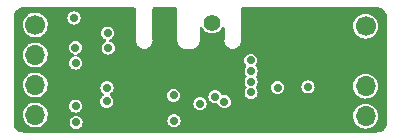
<source format=gbr>
%TF.GenerationSoftware,KiCad,Pcbnew,6.0.2+dfsg-1*%
%TF.CreationDate,2023-02-09T12:57:16+13:00*%
%TF.ProjectId,BRAWN-100_LOGIC,42524157-4e2d-4313-9030-5f4c4f474943,v1.0*%
%TF.SameCoordinates,Original*%
%TF.FileFunction,Copper,L3,Inr*%
%TF.FilePolarity,Positive*%
%FSLAX46Y46*%
G04 Gerber Fmt 4.6, Leading zero omitted, Abs format (unit mm)*
G04 Created by KiCad (PCBNEW 6.0.2+dfsg-1) date 2023-02-09 12:57:16*
%MOMM*%
%LPD*%
G01*
G04 APERTURE LIST*
%TA.AperFunction,ComponentPad*%
%ADD10C,1.400000*%
%TD*%
%TA.AperFunction,ComponentPad*%
%ADD11C,1.700000*%
%TD*%
%TA.AperFunction,ComponentPad*%
%ADD12O,1.700000X1.700000*%
%TD*%
%TA.AperFunction,ViaPad*%
%ADD13C,0.700000*%
%TD*%
G04 APERTURE END LIST*
D10*
%TO.N,Net-(H2-Pad1)*%
%TO.C,H2*%
X201000000Y-146000000D03*
%TD*%
D11*
%TO.N,/MOTOR-*%
%TO.C,J2*%
X186030000Y-146190000D03*
D12*
%TO.N,/GATE_N1*%
X186030000Y-148730000D03*
%TO.N,/MOTOR+*%
X186030000Y-151270000D03*
%TO.N,/GATE_N2*%
X186030000Y-153810000D03*
%TD*%
D11*
%TO.N,+BATT*%
%TO.C,J1*%
X213995000Y-146290000D03*
D12*
%TO.N,GND*%
X213995000Y-148830000D03*
%TO.N,/GATE_P1*%
X213995000Y-151370000D03*
%TO.N,/GATE_P2*%
X213995000Y-153910000D03*
%TD*%
D10*
%TO.N,GND*%
%TO.C,H1*%
X197000000Y-146000000D03*
%TD*%
D13*
%TO.N,GND*%
X190550000Y-146775000D03*
X215200000Y-152625000D03*
X215125000Y-150075000D03*
X215150000Y-147675000D03*
X184700000Y-152600000D03*
X184750000Y-150075000D03*
X184800000Y-147450000D03*
X190775000Y-149725000D03*
X205925000Y-148450000D03*
X204425000Y-147450000D03*
X209450000Y-149750000D03*
X211300000Y-147600000D03*
X209950000Y-147600000D03*
X209900000Y-146350000D03*
X211300000Y-146200000D03*
X210150000Y-145050000D03*
X211200000Y-145050000D03*
X211250000Y-151050000D03*
X212275000Y-152250000D03*
X211700000Y-154946365D03*
X213050000Y-154950000D03*
X190450000Y-154949989D03*
X191747168Y-154952832D03*
X190425000Y-152350000D03*
%TO.N,/FET_N2*%
X192150000Y-146875000D03*
%TO.N,/FET_P2*%
X192200000Y-148150000D03*
%TO.N,/FET_P1*%
X192075000Y-152652450D03*
%TO.N,/FET_N1*%
X192100000Y-151500000D03*
%TO.N,GND*%
X194950000Y-150625000D03*
X197464976Y-150972644D03*
%TO.N,+3V3*%
X201244141Y-152275609D03*
%TO.N,/SWDIO*%
X199972881Y-152852432D03*
%TO.N,/SWDCLK*%
X197752122Y-152156781D03*
%TO.N,/nRST*%
X202036964Y-152700500D03*
%TO.N,/FET_P1*%
X204275000Y-149175000D03*
%TO.N,/FET_P2*%
X204300000Y-151000497D03*
%TO.N,/FET_N2*%
X204300000Y-151900000D03*
%TO.N,GND*%
X203727358Y-152652449D03*
%TO.N,/FET_N1*%
X204300000Y-150100994D03*
%TO.N,/GATE_P2*%
X189417803Y-148114866D03*
%TO.N,/GATE_P1*%
X189450000Y-153051969D03*
%TO.N,/GATE_N2*%
X189305113Y-145600000D03*
%TO.N,GND*%
X192490247Y-145589866D03*
X208796613Y-154955962D03*
X207840247Y-151439866D03*
X192490247Y-150639866D03*
X205497111Y-154950000D03*
X196200000Y-154950000D03*
X209750000Y-154950000D03*
X211315247Y-149739866D03*
X204275000Y-154950000D03*
%TO.N,+12V*%
X206540247Y-151489866D03*
X189440247Y-149414866D03*
X197775000Y-154300972D03*
X189490247Y-154439866D03*
%TO.N,Net-(JP1-Pad2)*%
X209115247Y-151439866D03*
%TD*%
%TA.AperFunction,Conductor*%
%TO.N,GND*%
G36*
X194492121Y-144720002D02*
G01*
X194538614Y-144773658D01*
X194550000Y-144826000D01*
X194550000Y-147462688D01*
X194546746Y-147491137D01*
X194544858Y-147499284D01*
X194544857Y-147500000D01*
X194546439Y-147506937D01*
X194546602Y-147508391D01*
X194548726Y-147521460D01*
X194560129Y-147637224D01*
X194561924Y-147643140D01*
X194561924Y-147643142D01*
X194571614Y-147675087D01*
X194600155Y-147769175D01*
X194633035Y-147830688D01*
X194659395Y-147880004D01*
X194665155Y-147890781D01*
X194752631Y-147997369D01*
X194859219Y-148084845D01*
X194980825Y-148149845D01*
X195008329Y-148158188D01*
X195106858Y-148188076D01*
X195106860Y-148188076D01*
X195112776Y-148189871D01*
X195189144Y-148197393D01*
X195227454Y-148201167D01*
X195240665Y-148203339D01*
X195242332Y-148203531D01*
X195249284Y-148205142D01*
X195250000Y-148205143D01*
X195256937Y-148203561D01*
X195258391Y-148203398D01*
X195271460Y-148201274D01*
X195323459Y-148196152D01*
X195387224Y-148189871D01*
X195393140Y-148188076D01*
X195393142Y-148188076D01*
X195491671Y-148158188D01*
X195519175Y-148149845D01*
X195640781Y-148084845D01*
X195747369Y-147997369D01*
X195834845Y-147890781D01*
X195840606Y-147880004D01*
X195866965Y-147830688D01*
X195899845Y-147769175D01*
X195928386Y-147675087D01*
X195938076Y-147643142D01*
X195938076Y-147643140D01*
X195939871Y-147637224D01*
X195951167Y-147522546D01*
X195953339Y-147509335D01*
X195953531Y-147507669D01*
X195955142Y-147500716D01*
X195955143Y-147500000D01*
X195953154Y-147491282D01*
X195950000Y-147463267D01*
X195950000Y-144826000D01*
X195970002Y-144757879D01*
X196023658Y-144711386D01*
X196076000Y-144700000D01*
X197924000Y-144700000D01*
X197992121Y-144720002D01*
X198038614Y-144773658D01*
X198050000Y-144826000D01*
X198050000Y-147462688D01*
X198046746Y-147491137D01*
X198044858Y-147499284D01*
X198044857Y-147500000D01*
X198046439Y-147506937D01*
X198046602Y-147508391D01*
X198048726Y-147521460D01*
X198060129Y-147637224D01*
X198061924Y-147643140D01*
X198061924Y-147643142D01*
X198071614Y-147675087D01*
X198100155Y-147769175D01*
X198133035Y-147830688D01*
X198159395Y-147880004D01*
X198165155Y-147890781D01*
X198252631Y-147997369D01*
X198359219Y-148084845D01*
X198480825Y-148149845D01*
X198508329Y-148158188D01*
X198606858Y-148188076D01*
X198606860Y-148188076D01*
X198612776Y-148189871D01*
X198689144Y-148197393D01*
X198727454Y-148201167D01*
X198740665Y-148203339D01*
X198742331Y-148203531D01*
X198749284Y-148205142D01*
X198750000Y-148205143D01*
X198758718Y-148203154D01*
X198786733Y-148200000D01*
X199212688Y-148200000D01*
X199241137Y-148203254D01*
X199249284Y-148205142D01*
X199250000Y-148205143D01*
X199256937Y-148203561D01*
X199258391Y-148203398D01*
X199271460Y-148201274D01*
X199323459Y-148196152D01*
X199387224Y-148189871D01*
X199393140Y-148188076D01*
X199393142Y-148188076D01*
X199491671Y-148158188D01*
X199519175Y-148149845D01*
X199640781Y-148084845D01*
X199747369Y-147997369D01*
X199834845Y-147890781D01*
X199840606Y-147880004D01*
X199866965Y-147830688D01*
X199899845Y-147769175D01*
X199928386Y-147675087D01*
X199938076Y-147643142D01*
X199938076Y-147643140D01*
X199939871Y-147637224D01*
X199951167Y-147522546D01*
X199953339Y-147509335D01*
X199953531Y-147507669D01*
X199955142Y-147500716D01*
X199955143Y-147500000D01*
X199953154Y-147491282D01*
X199950000Y-147463267D01*
X199950000Y-146452585D01*
X199970002Y-146384464D01*
X200023658Y-146337971D01*
X200093932Y-146327867D01*
X200158512Y-146357361D01*
X200185119Y-146389585D01*
X200267467Y-146532216D01*
X200271885Y-146537123D01*
X200271886Y-146537124D01*
X200350747Y-146624707D01*
X200394129Y-146672888D01*
X200399468Y-146676767D01*
X200508993Y-146756341D01*
X200547270Y-146784151D01*
X200720197Y-146861144D01*
X200818212Y-146881978D01*
X200898897Y-146899128D01*
X200898901Y-146899128D01*
X200905354Y-146900500D01*
X201094646Y-146900500D01*
X201101099Y-146899128D01*
X201101103Y-146899128D01*
X201181788Y-146881978D01*
X201279803Y-146861144D01*
X201452730Y-146784151D01*
X201491008Y-146756341D01*
X201600532Y-146676767D01*
X201605871Y-146672888D01*
X201649254Y-146624707D01*
X201728114Y-146537124D01*
X201728115Y-146537123D01*
X201732533Y-146532216D01*
X201814881Y-146389585D01*
X201866263Y-146340592D01*
X201935977Y-146327156D01*
X202001888Y-146353542D01*
X202043070Y-146411374D01*
X202050000Y-146452585D01*
X202050000Y-147462688D01*
X202046746Y-147491137D01*
X202044858Y-147499284D01*
X202044857Y-147500000D01*
X202046439Y-147506937D01*
X202046602Y-147508391D01*
X202048726Y-147521460D01*
X202060129Y-147637224D01*
X202061924Y-147643140D01*
X202061924Y-147643142D01*
X202071614Y-147675087D01*
X202100155Y-147769175D01*
X202133035Y-147830688D01*
X202159395Y-147880004D01*
X202165155Y-147890781D01*
X202252631Y-147997369D01*
X202359219Y-148084845D01*
X202480825Y-148149845D01*
X202508329Y-148158188D01*
X202606858Y-148188076D01*
X202606860Y-148188076D01*
X202612776Y-148189871D01*
X202689144Y-148197393D01*
X202727454Y-148201167D01*
X202740665Y-148203339D01*
X202742332Y-148203531D01*
X202749284Y-148205142D01*
X202750000Y-148205143D01*
X202756937Y-148203561D01*
X202758391Y-148203398D01*
X202771460Y-148201274D01*
X202823459Y-148196152D01*
X202887224Y-148189871D01*
X202893140Y-148188076D01*
X202893142Y-148188076D01*
X202991671Y-148158188D01*
X203019175Y-148149845D01*
X203140781Y-148084845D01*
X203247369Y-147997369D01*
X203334845Y-147890781D01*
X203340606Y-147880004D01*
X203366965Y-147830688D01*
X203399845Y-147769175D01*
X203428386Y-147675087D01*
X203438076Y-147643142D01*
X203438076Y-147643140D01*
X203439871Y-147637224D01*
X203451167Y-147522546D01*
X203453339Y-147509335D01*
X203453531Y-147507669D01*
X203455142Y-147500716D01*
X203455143Y-147500000D01*
X203453154Y-147491282D01*
X203450000Y-147463267D01*
X203450000Y-146275262D01*
X212939520Y-146275262D01*
X212940036Y-146281406D01*
X212951999Y-146423863D01*
X212956759Y-146480553D01*
X212958458Y-146486478D01*
X212996557Y-146619344D01*
X213013544Y-146678586D01*
X213016359Y-146684063D01*
X213016360Y-146684066D01*
X213104897Y-146856341D01*
X213107712Y-146861818D01*
X213235677Y-147023270D01*
X213392564Y-147156791D01*
X213397942Y-147159797D01*
X213397944Y-147159798D01*
X213429563Y-147177469D01*
X213572398Y-147257297D01*
X213667238Y-147288112D01*
X213762471Y-147319056D01*
X213762475Y-147319057D01*
X213768329Y-147320959D01*
X213972894Y-147345351D01*
X213979029Y-147344879D01*
X213979031Y-147344879D01*
X214035039Y-147340569D01*
X214178300Y-147329546D01*
X214184230Y-147327890D01*
X214184232Y-147327890D01*
X214370797Y-147275800D01*
X214370796Y-147275800D01*
X214376725Y-147274145D01*
X214382214Y-147271372D01*
X214382220Y-147271370D01*
X214555116Y-147184033D01*
X214560610Y-147181258D01*
X214569715Y-147174145D01*
X214688605Y-147081258D01*
X214722951Y-147054424D01*
X214747193Y-147026340D01*
X214853540Y-146903134D01*
X214853540Y-146903133D01*
X214857564Y-146898472D01*
X214875550Y-146866812D01*
X214896056Y-146830714D01*
X214959323Y-146719344D01*
X215024351Y-146523863D01*
X215050171Y-146319474D01*
X215050583Y-146290000D01*
X215030480Y-146084970D01*
X214970935Y-145887749D01*
X214874218Y-145705849D01*
X214792660Y-145605849D01*
X214747906Y-145550975D01*
X214747903Y-145550972D01*
X214744011Y-145546200D01*
X214726786Y-145531950D01*
X214590025Y-145418811D01*
X214590021Y-145418809D01*
X214585275Y-145414882D01*
X214404055Y-145316897D01*
X214207254Y-145255977D01*
X214201129Y-145255333D01*
X214201128Y-145255333D01*
X214008498Y-145235087D01*
X214008496Y-145235087D01*
X214002369Y-145234443D01*
X213915529Y-145242346D01*
X213803342Y-145252555D01*
X213803339Y-145252556D01*
X213797203Y-145253114D01*
X213599572Y-145311280D01*
X213594107Y-145314137D01*
X213559910Y-145332015D01*
X213417002Y-145406726D01*
X213412201Y-145410586D01*
X213412198Y-145410588D01*
X213278142Y-145518372D01*
X213256447Y-145535815D01*
X213124024Y-145693630D01*
X213121056Y-145699028D01*
X213121053Y-145699033D01*
X213069038Y-145793649D01*
X213024776Y-145874162D01*
X212962484Y-146070532D01*
X212961798Y-146076649D01*
X212961797Y-146076653D01*
X212940207Y-146269137D01*
X212939520Y-146275262D01*
X203450000Y-146275262D01*
X203450000Y-144826000D01*
X203470002Y-144757879D01*
X203523658Y-144711386D01*
X203576000Y-144700000D01*
X214962976Y-144700000D01*
X214980182Y-144701953D01*
X214985813Y-144701963D01*
X214999642Y-144705143D01*
X215013481Y-144702011D01*
X215014472Y-144702013D01*
X215026601Y-144702620D01*
X215052218Y-144705143D01*
X215143722Y-144714156D01*
X215167939Y-144718972D01*
X215294273Y-144757294D01*
X215317093Y-144766747D01*
X215433511Y-144828974D01*
X215454048Y-144842697D01*
X215556092Y-144926442D01*
X215573558Y-144943908D01*
X215657303Y-145045952D01*
X215671026Y-145066489D01*
X215733253Y-145182907D01*
X215742706Y-145205726D01*
X215781028Y-145332061D01*
X215785844Y-145356278D01*
X215793298Y-145431950D01*
X215797429Y-145473898D01*
X215798010Y-145485930D01*
X215794857Y-145499642D01*
X215797989Y-145513482D01*
X215797980Y-145518372D01*
X215800000Y-145536448D01*
X215800000Y-154462976D01*
X215798047Y-154480182D01*
X215798037Y-154485813D01*
X215794857Y-154499642D01*
X215797989Y-154513481D01*
X215797987Y-154514472D01*
X215797380Y-154526601D01*
X215785845Y-154643719D01*
X215781028Y-154667939D01*
X215742745Y-154794145D01*
X215742706Y-154794273D01*
X215733253Y-154817093D01*
X215671026Y-154933511D01*
X215657303Y-154954048D01*
X215573558Y-155056092D01*
X215556092Y-155073558D01*
X215454048Y-155157303D01*
X215433511Y-155171026D01*
X215317093Y-155233253D01*
X215294274Y-155242706D01*
X215167939Y-155281028D01*
X215143722Y-155285844D01*
X215046147Y-155295455D01*
X215026102Y-155297429D01*
X215014070Y-155298010D01*
X215000358Y-155294857D01*
X214986518Y-155297989D01*
X214981628Y-155297980D01*
X214963552Y-155300000D01*
X185037024Y-155300000D01*
X185019818Y-155298047D01*
X185014187Y-155298037D01*
X185000358Y-155294857D01*
X184986519Y-155297989D01*
X184985528Y-155297987D01*
X184973399Y-155297380D01*
X184946607Y-155294741D01*
X184856278Y-155285844D01*
X184832061Y-155281028D01*
X184705726Y-155242706D01*
X184682907Y-155233253D01*
X184566489Y-155171026D01*
X184545952Y-155157303D01*
X184443908Y-155073558D01*
X184426442Y-155056092D01*
X184342697Y-154954048D01*
X184328974Y-154933511D01*
X184266747Y-154817093D01*
X184257294Y-154794273D01*
X184257255Y-154794145D01*
X184218972Y-154667939D01*
X184214155Y-154643719D01*
X184208232Y-154583575D01*
X184202571Y-154526102D01*
X184201990Y-154514070D01*
X184205143Y-154500358D01*
X184202011Y-154486518D01*
X184202020Y-154481628D01*
X184200000Y-154463552D01*
X184200000Y-153795262D01*
X184974520Y-153795262D01*
X184975036Y-153801406D01*
X184984567Y-153914901D01*
X184991759Y-154000553D01*
X184993458Y-154006478D01*
X185034507Y-154149632D01*
X185048544Y-154198586D01*
X185051359Y-154204063D01*
X185051360Y-154204066D01*
X185139897Y-154376341D01*
X185142712Y-154381818D01*
X185270677Y-154543270D01*
X185275370Y-154547264D01*
X185275371Y-154547265D01*
X185419310Y-154669766D01*
X185427564Y-154676791D01*
X185432942Y-154679797D01*
X185432944Y-154679798D01*
X185471342Y-154701258D01*
X185607398Y-154777297D01*
X185669481Y-154797469D01*
X185797471Y-154839056D01*
X185797475Y-154839057D01*
X185803329Y-154840959D01*
X186007894Y-154865351D01*
X186014029Y-154864879D01*
X186014031Y-154864879D01*
X186070039Y-154860569D01*
X186213300Y-154849546D01*
X186219230Y-154847890D01*
X186219232Y-154847890D01*
X186386249Y-154801258D01*
X186411725Y-154794145D01*
X186417214Y-154791372D01*
X186417220Y-154791370D01*
X186590116Y-154704033D01*
X186595610Y-154701258D01*
X186613805Y-154687043D01*
X186753101Y-154578213D01*
X186757951Y-154574424D01*
X186799231Y-154526601D01*
X186874098Y-154439866D01*
X188934997Y-154439866D01*
X188953917Y-154583575D01*
X189009386Y-154717491D01*
X189097626Y-154832487D01*
X189212622Y-154920727D01*
X189346538Y-154976196D01*
X189490247Y-154995116D01*
X189633956Y-154976196D01*
X189767872Y-154920727D01*
X189882868Y-154832487D01*
X189971108Y-154717491D01*
X190026577Y-154583575D01*
X190045497Y-154439866D01*
X190027211Y-154300972D01*
X197219750Y-154300972D01*
X197238670Y-154444681D01*
X197294139Y-154578597D01*
X197382379Y-154693593D01*
X197497375Y-154781833D01*
X197631291Y-154837302D01*
X197775000Y-154856222D01*
X197918709Y-154837302D01*
X198052625Y-154781833D01*
X198167621Y-154693593D01*
X198255861Y-154578597D01*
X198311330Y-154444681D01*
X198330250Y-154300972D01*
X198311330Y-154157263D01*
X198255861Y-154023347D01*
X198167621Y-153908351D01*
X198150563Y-153895262D01*
X212939520Y-153895262D01*
X212940036Y-153901406D01*
X212952833Y-154053795D01*
X212956759Y-154100553D01*
X212958458Y-154106478D01*
X212996557Y-154239344D01*
X213013544Y-154298586D01*
X213016359Y-154304063D01*
X213016360Y-154304066D01*
X213104897Y-154476341D01*
X213107712Y-154481818D01*
X213235677Y-154643270D01*
X213240370Y-154647264D01*
X213240371Y-154647265D01*
X213322887Y-154717491D01*
X213392564Y-154776791D01*
X213397942Y-154779797D01*
X213397944Y-154779798D01*
X213429563Y-154797469D01*
X213572398Y-154877297D01*
X213667238Y-154908112D01*
X213762471Y-154939056D01*
X213762475Y-154939057D01*
X213768329Y-154940959D01*
X213972894Y-154965351D01*
X213979029Y-154964879D01*
X213979031Y-154964879D01*
X214035039Y-154960569D01*
X214178300Y-154949546D01*
X214184230Y-154947890D01*
X214184232Y-154947890D01*
X214370797Y-154895800D01*
X214370796Y-154895800D01*
X214376725Y-154894145D01*
X214382214Y-154891372D01*
X214382220Y-154891370D01*
X214555116Y-154804033D01*
X214560610Y-154801258D01*
X214569551Y-154794273D01*
X214688605Y-154701258D01*
X214722951Y-154674424D01*
X214728544Y-154667945D01*
X214853540Y-154523134D01*
X214853540Y-154523133D01*
X214857564Y-154518472D01*
X214862132Y-154510432D01*
X214906870Y-154431678D01*
X214959323Y-154339344D01*
X215024351Y-154143863D01*
X215050171Y-153939474D01*
X215050390Y-153923806D01*
X215050534Y-153913522D01*
X215050534Y-153913518D01*
X215050583Y-153910000D01*
X215030480Y-153704970D01*
X214970935Y-153507749D01*
X214874218Y-153325849D01*
X214792660Y-153225849D01*
X214747906Y-153170975D01*
X214747903Y-153170972D01*
X214744011Y-153166200D01*
X214691100Y-153122428D01*
X214590025Y-153038811D01*
X214590021Y-153038809D01*
X214585275Y-153034882D01*
X214404055Y-152936897D01*
X214207254Y-152875977D01*
X214201129Y-152875333D01*
X214201128Y-152875333D01*
X214008498Y-152855087D01*
X214008496Y-152855087D01*
X214002369Y-152854443D01*
X213915529Y-152862346D01*
X213803342Y-152872555D01*
X213803339Y-152872556D01*
X213797203Y-152873114D01*
X213599572Y-152931280D01*
X213417002Y-153026726D01*
X213412201Y-153030586D01*
X213412198Y-153030588D01*
X213284436Y-153133311D01*
X213256447Y-153155815D01*
X213124024Y-153313630D01*
X213121056Y-153319028D01*
X213121053Y-153319033D01*
X213069038Y-153413649D01*
X213024776Y-153494162D01*
X212962484Y-153690532D01*
X212961798Y-153696649D01*
X212961797Y-153696653D01*
X212940714Y-153884616D01*
X212939520Y-153895262D01*
X198150563Y-153895262D01*
X198052625Y-153820111D01*
X197918709Y-153764642D01*
X197775000Y-153745722D01*
X197631291Y-153764642D01*
X197497375Y-153820111D01*
X197382379Y-153908351D01*
X197294139Y-154023347D01*
X197238670Y-154157263D01*
X197219750Y-154300972D01*
X190027211Y-154300972D01*
X190026577Y-154296157D01*
X189971108Y-154162241D01*
X189882868Y-154047245D01*
X189767872Y-153959005D01*
X189633956Y-153903536D01*
X189490247Y-153884616D01*
X189346538Y-153903536D01*
X189212622Y-153959005D01*
X189097626Y-154047245D01*
X189009386Y-154162241D01*
X188953917Y-154296157D01*
X188934997Y-154439866D01*
X186874098Y-154439866D01*
X186888540Y-154423134D01*
X186888540Y-154423133D01*
X186892564Y-154418472D01*
X186913387Y-154381818D01*
X186960669Y-154298586D01*
X186994323Y-154239344D01*
X187059351Y-154043863D01*
X187085171Y-153839474D01*
X187085583Y-153810000D01*
X187065480Y-153604970D01*
X187005935Y-153407749D01*
X186909218Y-153225849D01*
X186824870Y-153122428D01*
X186782906Y-153070975D01*
X186782903Y-153070972D01*
X186779011Y-153066200D01*
X186772173Y-153060543D01*
X186761809Y-153051969D01*
X188894750Y-153051969D01*
X188913670Y-153195678D01*
X188969139Y-153329594D01*
X189057379Y-153444590D01*
X189172375Y-153532830D01*
X189306291Y-153588299D01*
X189450000Y-153607219D01*
X189593709Y-153588299D01*
X189727625Y-153532830D01*
X189842621Y-153444590D01*
X189930861Y-153329594D01*
X189986330Y-153195678D01*
X190005250Y-153051969D01*
X189986330Y-152908260D01*
X189930861Y-152774344D01*
X189842621Y-152659348D01*
X189833631Y-152652450D01*
X191519750Y-152652450D01*
X191538670Y-152796159D01*
X191594139Y-152930075D01*
X191682379Y-153045071D01*
X191797375Y-153133311D01*
X191931291Y-153188780D01*
X192075000Y-153207700D01*
X192218709Y-153188780D01*
X192352625Y-153133311D01*
X192467621Y-153045071D01*
X192555861Y-152930075D01*
X192588021Y-152852432D01*
X199417631Y-152852432D01*
X199436551Y-152996141D01*
X199492020Y-153130057D01*
X199580260Y-153245053D01*
X199695256Y-153333293D01*
X199829172Y-153388762D01*
X199972881Y-153407682D01*
X200116590Y-153388762D01*
X200250506Y-153333293D01*
X200365502Y-153245053D01*
X200453742Y-153130057D01*
X200509211Y-152996141D01*
X200528131Y-152852432D01*
X200509211Y-152708723D01*
X200453742Y-152574807D01*
X200365502Y-152459811D01*
X200250506Y-152371571D01*
X200116590Y-152316102D01*
X199972881Y-152297182D01*
X199829172Y-152316102D01*
X199695256Y-152371571D01*
X199580260Y-152459811D01*
X199492020Y-152574807D01*
X199436551Y-152708723D01*
X199417631Y-152852432D01*
X192588021Y-152852432D01*
X192611330Y-152796159D01*
X192630250Y-152652450D01*
X192611330Y-152508741D01*
X192555861Y-152374825D01*
X192467621Y-152259829D01*
X192438257Y-152237297D01*
X192370198Y-152185073D01*
X192349540Y-152156781D01*
X197196872Y-152156781D01*
X197215792Y-152300490D01*
X197271261Y-152434406D01*
X197359501Y-152549402D01*
X197474497Y-152637642D01*
X197608413Y-152693111D01*
X197752122Y-152712031D01*
X197895831Y-152693111D01*
X198029747Y-152637642D01*
X198144743Y-152549402D01*
X198232983Y-152434406D01*
X198288452Y-152300490D01*
X198291728Y-152275609D01*
X200688891Y-152275609D01*
X200707811Y-152419318D01*
X200763280Y-152553234D01*
X200851520Y-152668230D01*
X200966516Y-152756470D01*
X201100432Y-152811939D01*
X201244141Y-152830859D01*
X201386270Y-152812147D01*
X201456418Y-152823086D01*
X201509517Y-152870214D01*
X201519125Y-152888851D01*
X201556103Y-152978125D01*
X201644343Y-153093121D01*
X201759339Y-153181361D01*
X201893255Y-153236830D01*
X202036964Y-153255750D01*
X202180673Y-153236830D01*
X202314589Y-153181361D01*
X202429585Y-153093121D01*
X202517825Y-152978125D01*
X202573294Y-152844209D01*
X202592214Y-152700500D01*
X202573294Y-152556791D01*
X202517825Y-152422875D01*
X202429585Y-152307879D01*
X202314589Y-152219639D01*
X202180673Y-152164170D01*
X202036964Y-152145250D01*
X201894835Y-152163962D01*
X201824687Y-152153023D01*
X201771588Y-152105895D01*
X201761980Y-152087258D01*
X201758420Y-152078664D01*
X201725002Y-151997984D01*
X201636762Y-151882988D01*
X201521766Y-151794748D01*
X201387850Y-151739279D01*
X201244141Y-151720359D01*
X201100432Y-151739279D01*
X200966516Y-151794748D01*
X200851520Y-151882988D01*
X200763280Y-151997984D01*
X200707811Y-152131900D01*
X200688891Y-152275609D01*
X198291728Y-152275609D01*
X198307372Y-152156781D01*
X198288452Y-152013072D01*
X198232983Y-151879156D01*
X198144743Y-151764160D01*
X198029747Y-151675920D01*
X197895831Y-151620451D01*
X197752122Y-151601531D01*
X197608413Y-151620451D01*
X197474497Y-151675920D01*
X197359501Y-151764160D01*
X197271261Y-151879156D01*
X197215792Y-152013072D01*
X197196872Y-152156781D01*
X192349540Y-152156781D01*
X192328331Y-152127735D01*
X192324109Y-152056864D01*
X192358873Y-151994961D01*
X192377300Y-151980996D01*
X192377625Y-151980861D01*
X192492621Y-151892621D01*
X192580861Y-151777625D01*
X192636330Y-151643709D01*
X192655250Y-151500000D01*
X192636330Y-151356291D01*
X192580861Y-151222375D01*
X192492621Y-151107379D01*
X192377625Y-151019139D01*
X192243709Y-150963670D01*
X192100000Y-150944750D01*
X191956291Y-150963670D01*
X191822375Y-151019139D01*
X191707379Y-151107379D01*
X191619139Y-151222375D01*
X191563670Y-151356291D01*
X191544750Y-151500000D01*
X191563670Y-151643709D01*
X191619139Y-151777625D01*
X191707379Y-151892621D01*
X191713929Y-151897647D01*
X191804802Y-151967377D01*
X191846669Y-152024715D01*
X191850891Y-152095586D01*
X191816127Y-152157489D01*
X191797700Y-152171454D01*
X191797375Y-152171589D01*
X191790824Y-152176616D01*
X191790822Y-152176617D01*
X191711743Y-152237297D01*
X191682379Y-152259829D01*
X191594139Y-152374825D01*
X191538670Y-152508741D01*
X191519750Y-152652450D01*
X189833631Y-152652450D01*
X189727625Y-152571108D01*
X189593709Y-152515639D01*
X189450000Y-152496719D01*
X189306291Y-152515639D01*
X189172375Y-152571108D01*
X189057379Y-152659348D01*
X188969139Y-152774344D01*
X188913670Y-152908260D01*
X188894750Y-153051969D01*
X186761809Y-153051969D01*
X186625025Y-152938811D01*
X186625021Y-152938809D01*
X186620275Y-152934882D01*
X186439055Y-152836897D01*
X186242254Y-152775977D01*
X186236129Y-152775333D01*
X186236128Y-152775333D01*
X186043498Y-152755087D01*
X186043496Y-152755087D01*
X186037369Y-152754443D01*
X185950529Y-152762346D01*
X185838342Y-152772555D01*
X185838339Y-152772556D01*
X185832203Y-152773114D01*
X185634572Y-152831280D01*
X185452002Y-152926726D01*
X185447201Y-152930586D01*
X185447198Y-152930588D01*
X185312956Y-153038521D01*
X185291447Y-153055815D01*
X185159024Y-153213630D01*
X185156056Y-153219028D01*
X185156053Y-153219033D01*
X185064482Y-153385601D01*
X185059776Y-153394162D01*
X184997484Y-153590532D01*
X184996798Y-153596649D01*
X184996797Y-153596653D01*
X184977600Y-153767803D01*
X184974520Y-153795262D01*
X184200000Y-153795262D01*
X184200000Y-151255262D01*
X184974520Y-151255262D01*
X184975036Y-151261406D01*
X184983861Y-151366494D01*
X184991759Y-151460553D01*
X184993458Y-151466478D01*
X185038161Y-151622375D01*
X185048544Y-151658586D01*
X185051359Y-151664063D01*
X185051360Y-151664066D01*
X185139897Y-151836341D01*
X185142712Y-151841818D01*
X185270677Y-152003270D01*
X185275370Y-152007264D01*
X185275371Y-152007265D01*
X185419310Y-152129766D01*
X185427564Y-152136791D01*
X185432942Y-152139797D01*
X185432944Y-152139798D01*
X185498540Y-152176458D01*
X185607398Y-152237297D01*
X185681142Y-152261258D01*
X185797471Y-152299056D01*
X185797475Y-152299057D01*
X185803329Y-152300959D01*
X186007894Y-152325351D01*
X186014029Y-152324879D01*
X186014031Y-152324879D01*
X186070039Y-152320569D01*
X186213300Y-152309546D01*
X186219230Y-152307890D01*
X186219232Y-152307890D01*
X186364175Y-152267421D01*
X186411725Y-152254145D01*
X186417214Y-152251372D01*
X186417220Y-152251370D01*
X186575158Y-152171589D01*
X186595610Y-152161258D01*
X186601341Y-152156781D01*
X186744266Y-152045116D01*
X186757951Y-152034424D01*
X186765054Y-152026196D01*
X186888540Y-151883134D01*
X186888540Y-151883133D01*
X186892564Y-151878472D01*
X186913387Y-151841818D01*
X186941921Y-151791588D01*
X186994323Y-151699344D01*
X187059351Y-151503863D01*
X187085171Y-151299474D01*
X187085390Y-151283806D01*
X187085534Y-151273522D01*
X187085534Y-151273518D01*
X187085583Y-151270000D01*
X187065480Y-151064970D01*
X187005935Y-150867749D01*
X186909218Y-150685849D01*
X186807582Y-150561231D01*
X186782906Y-150530975D01*
X186782903Y-150530972D01*
X186779011Y-150526200D01*
X186761786Y-150511950D01*
X186625025Y-150398811D01*
X186625021Y-150398809D01*
X186620275Y-150394882D01*
X186439055Y-150296897D01*
X186242254Y-150235977D01*
X186236129Y-150235333D01*
X186236128Y-150235333D01*
X186043498Y-150215087D01*
X186043496Y-150215087D01*
X186037369Y-150214443D01*
X185950529Y-150222346D01*
X185838342Y-150232555D01*
X185838339Y-150232556D01*
X185832203Y-150233114D01*
X185634572Y-150291280D01*
X185452002Y-150386726D01*
X185447201Y-150390586D01*
X185447198Y-150390588D01*
X185312596Y-150498811D01*
X185291447Y-150515815D01*
X185159024Y-150673630D01*
X185156056Y-150679028D01*
X185156053Y-150679033D01*
X185101078Y-150779033D01*
X185059776Y-150854162D01*
X184997484Y-151050532D01*
X184996798Y-151056649D01*
X184996797Y-151056653D01*
X184978944Y-151215822D01*
X184974520Y-151255262D01*
X184200000Y-151255262D01*
X184200000Y-148715262D01*
X184974520Y-148715262D01*
X184975036Y-148721406D01*
X184989813Y-148897375D01*
X184991759Y-148920553D01*
X184993458Y-148926478D01*
X185023513Y-149031291D01*
X185048544Y-149118586D01*
X185051359Y-149124063D01*
X185051360Y-149124066D01*
X185126954Y-149271157D01*
X185142712Y-149301818D01*
X185270677Y-149463270D01*
X185275370Y-149467264D01*
X185275371Y-149467265D01*
X185391627Y-149566206D01*
X185427564Y-149596791D01*
X185432942Y-149599797D01*
X185432944Y-149599798D01*
X185484130Y-149628405D01*
X185607398Y-149697297D01*
X185702238Y-149728113D01*
X185797471Y-149759056D01*
X185797475Y-149759057D01*
X185803329Y-149760959D01*
X186007894Y-149785351D01*
X186014029Y-149784879D01*
X186014031Y-149784879D01*
X186070039Y-149780569D01*
X186213300Y-149769546D01*
X186219230Y-149767890D01*
X186219232Y-149767890D01*
X186405797Y-149715800D01*
X186405796Y-149715800D01*
X186411725Y-149714145D01*
X186417214Y-149711372D01*
X186417220Y-149711370D01*
X186590116Y-149624033D01*
X186595610Y-149621258D01*
X186757951Y-149494424D01*
X186788375Y-149459178D01*
X186888540Y-149343134D01*
X186888540Y-149343133D01*
X186892564Y-149338472D01*
X186913387Y-149301818D01*
X186935139Y-149263526D01*
X186994323Y-149159344D01*
X187059351Y-148963863D01*
X187085171Y-148759474D01*
X187085583Y-148730000D01*
X187065480Y-148524970D01*
X187005935Y-148327749D01*
X186909218Y-148145849D01*
X186883949Y-148114866D01*
X188862553Y-148114866D01*
X188881473Y-148258575D01*
X188936942Y-148392491D01*
X189025182Y-148507487D01*
X189140178Y-148595727D01*
X189147807Y-148598887D01*
X189274094Y-148651196D01*
X189273333Y-148653034D01*
X189324708Y-148684350D01*
X189355730Y-148748211D01*
X189347301Y-148818705D01*
X189302098Y-148873452D01*
X189279691Y-148885514D01*
X189170254Y-148930843D01*
X189170251Y-148930845D01*
X189162622Y-148934005D01*
X189047626Y-149022245D01*
X188959386Y-149137241D01*
X188903917Y-149271157D01*
X188884997Y-149414866D01*
X188903917Y-149558575D01*
X188959386Y-149692491D01*
X189047626Y-149807487D01*
X189162622Y-149895727D01*
X189296538Y-149951196D01*
X189440247Y-149970116D01*
X189583956Y-149951196D01*
X189717872Y-149895727D01*
X189832868Y-149807487D01*
X189921108Y-149692491D01*
X189976577Y-149558575D01*
X189995497Y-149414866D01*
X189976577Y-149271157D01*
X189936748Y-149175000D01*
X203719750Y-149175000D01*
X203738670Y-149318709D01*
X203794139Y-149452625D01*
X203881774Y-149566833D01*
X203881776Y-149566836D01*
X203882379Y-149567621D01*
X203882257Y-149567715D01*
X203914189Y-149626193D01*
X203909124Y-149697008D01*
X203891033Y-149729675D01*
X203819139Y-149823369D01*
X203763670Y-149957285D01*
X203744750Y-150100994D01*
X203763670Y-150244703D01*
X203819139Y-150378619D01*
X203835413Y-150399827D01*
X203892360Y-150474042D01*
X203917961Y-150540262D01*
X203903696Y-150609811D01*
X203892368Y-150627439D01*
X203819139Y-150722872D01*
X203763670Y-150856788D01*
X203744750Y-151000497D01*
X203763670Y-151144206D01*
X203819139Y-151278122D01*
X203892362Y-151373547D01*
X203917961Y-151439763D01*
X203903697Y-151509312D01*
X203892360Y-151526952D01*
X203819139Y-151622375D01*
X203763670Y-151756291D01*
X203744750Y-151900000D01*
X203763670Y-152043709D01*
X203819139Y-152177625D01*
X203907379Y-152292621D01*
X204022375Y-152380861D01*
X204156291Y-152436330D01*
X204300000Y-152455250D01*
X204443709Y-152436330D01*
X204577625Y-152380861D01*
X204692621Y-152292621D01*
X204780861Y-152177625D01*
X204836330Y-152043709D01*
X204855250Y-151900000D01*
X204836330Y-151756291D01*
X204780861Y-151622375D01*
X204707638Y-151526950D01*
X204693301Y-151489866D01*
X205984997Y-151489866D01*
X206003917Y-151633575D01*
X206059386Y-151767491D01*
X206147626Y-151882487D01*
X206262622Y-151970727D01*
X206396538Y-152026196D01*
X206540247Y-152045116D01*
X206683956Y-152026196D01*
X206817872Y-151970727D01*
X206932868Y-151882487D01*
X207021108Y-151767491D01*
X207076577Y-151633575D01*
X207095497Y-151489866D01*
X207088914Y-151439866D01*
X208559997Y-151439866D01*
X208578917Y-151583575D01*
X208634386Y-151717491D01*
X208722626Y-151832487D01*
X208837622Y-151920727D01*
X208971538Y-151976196D01*
X209115247Y-151995116D01*
X209258956Y-151976196D01*
X209392872Y-151920727D01*
X209507868Y-151832487D01*
X209596108Y-151717491D01*
X209651577Y-151583575D01*
X209670497Y-151439866D01*
X209659358Y-151355262D01*
X212939520Y-151355262D01*
X212940036Y-151361406D01*
X212953938Y-151526954D01*
X212956759Y-151560553D01*
X212958458Y-151566478D01*
X213010698Y-151748660D01*
X213013544Y-151758586D01*
X213016359Y-151764063D01*
X213016360Y-151764066D01*
X213094288Y-151915698D01*
X213107712Y-151941818D01*
X213235677Y-152103270D01*
X213240370Y-152107264D01*
X213240371Y-152107265D01*
X213321860Y-152176617D01*
X213392564Y-152236791D01*
X213397942Y-152239797D01*
X213397944Y-152239798D01*
X213476671Y-152283797D01*
X213572398Y-152337297D01*
X213667238Y-152368113D01*
X213762471Y-152399056D01*
X213762475Y-152399057D01*
X213768329Y-152400959D01*
X213972894Y-152425351D01*
X213979029Y-152424879D01*
X213979031Y-152424879D01*
X214051300Y-152419318D01*
X214178300Y-152409546D01*
X214184230Y-152407890D01*
X214184232Y-152407890D01*
X214325630Y-152368411D01*
X214376725Y-152354145D01*
X214382214Y-152351372D01*
X214382220Y-152351370D01*
X214555116Y-152264033D01*
X214560610Y-152261258D01*
X214569715Y-152254145D01*
X214683855Y-152164969D01*
X214722951Y-152134424D01*
X214731717Y-152124269D01*
X214853540Y-151983134D01*
X214853540Y-151983133D01*
X214857564Y-151978472D01*
X214878387Y-151941818D01*
X214909236Y-151887513D01*
X214959323Y-151799344D01*
X215024351Y-151603863D01*
X215050171Y-151399474D01*
X215050390Y-151383806D01*
X215050534Y-151373522D01*
X215050534Y-151373518D01*
X215050583Y-151370000D01*
X215030480Y-151164970D01*
X214970935Y-150967749D01*
X214874218Y-150785849D01*
X214792660Y-150685849D01*
X214747906Y-150630975D01*
X214747903Y-150630972D01*
X214744011Y-150626200D01*
X214721861Y-150607876D01*
X214590025Y-150498811D01*
X214590021Y-150498809D01*
X214585275Y-150494882D01*
X214404055Y-150396897D01*
X214207254Y-150335977D01*
X214201129Y-150335333D01*
X214201128Y-150335333D01*
X214008498Y-150315087D01*
X214008496Y-150315087D01*
X214002369Y-150314443D01*
X213915529Y-150322346D01*
X213803342Y-150332555D01*
X213803339Y-150332556D01*
X213797203Y-150333114D01*
X213599572Y-150391280D01*
X213417002Y-150486726D01*
X213412201Y-150490586D01*
X213412198Y-150490588D01*
X213261254Y-150611950D01*
X213256447Y-150615815D01*
X213124024Y-150773630D01*
X213121056Y-150779028D01*
X213121053Y-150779033D01*
X213069038Y-150873649D01*
X213024776Y-150954162D01*
X212962484Y-151150532D01*
X212961798Y-151156649D01*
X212961797Y-151156653D01*
X212945231Y-151304346D01*
X212939520Y-151355262D01*
X209659358Y-151355262D01*
X209651577Y-151296157D01*
X209596108Y-151162241D01*
X209507868Y-151047245D01*
X209392872Y-150959005D01*
X209258956Y-150903536D01*
X209115247Y-150884616D01*
X208971538Y-150903536D01*
X208837622Y-150959005D01*
X208722626Y-151047245D01*
X208634386Y-151162241D01*
X208578917Y-151296157D01*
X208559997Y-151439866D01*
X207088914Y-151439866D01*
X207076577Y-151346157D01*
X207021108Y-151212241D01*
X206932868Y-151097245D01*
X206817872Y-151009005D01*
X206683956Y-150953536D01*
X206540247Y-150934616D01*
X206396538Y-150953536D01*
X206262622Y-151009005D01*
X206147626Y-151097245D01*
X206059386Y-151212241D01*
X206003917Y-151346157D01*
X205984997Y-151489866D01*
X204693301Y-151489866D01*
X204682039Y-151460734D01*
X204696303Y-151391185D01*
X204707640Y-151373545D01*
X204716955Y-151361406D01*
X204780861Y-151278122D01*
X204836330Y-151144206D01*
X204855250Y-151000497D01*
X204836330Y-150856788D01*
X204780861Y-150722872D01*
X204707638Y-150627447D01*
X204682039Y-150561231D01*
X204696303Y-150491682D01*
X204707640Y-150474042D01*
X204764587Y-150399827D01*
X204780861Y-150378619D01*
X204836330Y-150244703D01*
X204855250Y-150100994D01*
X204836330Y-149957285D01*
X204780861Y-149823369D01*
X204693226Y-149709161D01*
X204693224Y-149709158D01*
X204692621Y-149708373D01*
X204692743Y-149708279D01*
X204660811Y-149649801D01*
X204665876Y-149578986D01*
X204683967Y-149546319D01*
X204755861Y-149452625D01*
X204811330Y-149318709D01*
X204830250Y-149175000D01*
X204811330Y-149031291D01*
X204755861Y-148897375D01*
X204667621Y-148782379D01*
X204552625Y-148694139D01*
X204418709Y-148638670D01*
X204275000Y-148619750D01*
X204131291Y-148638670D01*
X203997375Y-148694139D01*
X203882379Y-148782379D01*
X203794139Y-148897375D01*
X203738670Y-149031291D01*
X203719750Y-149175000D01*
X189936748Y-149175000D01*
X189921108Y-149137241D01*
X189832868Y-149022245D01*
X189717872Y-148934005D01*
X189583956Y-148878536D01*
X189584717Y-148876698D01*
X189533342Y-148845382D01*
X189502320Y-148781521D01*
X189510749Y-148711027D01*
X189555952Y-148656280D01*
X189578359Y-148644218D01*
X189687796Y-148598889D01*
X189687801Y-148598886D01*
X189695428Y-148595727D01*
X189810424Y-148507487D01*
X189898664Y-148392491D01*
X189954133Y-148258575D01*
X189973053Y-148114866D01*
X189954133Y-147971157D01*
X189898664Y-147837241D01*
X189810424Y-147722245D01*
X189695428Y-147634005D01*
X189561512Y-147578536D01*
X189417803Y-147559616D01*
X189274094Y-147578536D01*
X189140178Y-147634005D01*
X189025182Y-147722245D01*
X188936942Y-147837241D01*
X188881473Y-147971157D01*
X188862553Y-148114866D01*
X186883949Y-148114866D01*
X186791320Y-148001292D01*
X186782906Y-147990975D01*
X186782903Y-147990972D01*
X186779011Y-147986200D01*
X186761786Y-147971950D01*
X186625025Y-147858811D01*
X186625021Y-147858809D01*
X186620275Y-147854882D01*
X186461763Y-147769175D01*
X186444474Y-147759827D01*
X186439055Y-147756897D01*
X186242254Y-147695977D01*
X186236129Y-147695333D01*
X186236128Y-147695333D01*
X186043498Y-147675087D01*
X186043496Y-147675087D01*
X186037369Y-147674443D01*
X185950529Y-147682346D01*
X185838342Y-147692555D01*
X185838339Y-147692556D01*
X185832203Y-147693114D01*
X185634572Y-147751280D01*
X185629107Y-147754137D01*
X185545456Y-147797869D01*
X185452002Y-147846726D01*
X185447201Y-147850586D01*
X185447198Y-147850588D01*
X185410612Y-147880004D01*
X185291447Y-147975815D01*
X185159024Y-148133630D01*
X185156056Y-148139028D01*
X185156053Y-148139033D01*
X185094837Y-148250386D01*
X185059776Y-148314162D01*
X184997484Y-148510532D01*
X184996798Y-148516649D01*
X184996797Y-148516653D01*
X184982489Y-148644218D01*
X184974520Y-148715262D01*
X184200000Y-148715262D01*
X184200000Y-146175262D01*
X184974520Y-146175262D01*
X184975036Y-146181406D01*
X184983861Y-146286494D01*
X184991759Y-146380553D01*
X184993458Y-146386478D01*
X185035248Y-146532216D01*
X185048544Y-146578586D01*
X185051359Y-146584063D01*
X185051360Y-146584066D01*
X185127023Y-146731291D01*
X185142712Y-146761818D01*
X185270677Y-146923270D01*
X185275370Y-146927264D01*
X185275371Y-146927265D01*
X185419310Y-147049766D01*
X185427564Y-147056791D01*
X185607398Y-147157297D01*
X185669481Y-147177469D01*
X185797471Y-147219056D01*
X185797475Y-147219057D01*
X185803329Y-147220959D01*
X186007894Y-147245351D01*
X186014029Y-147244879D01*
X186014031Y-147244879D01*
X186070039Y-147240569D01*
X186213300Y-147229546D01*
X186219230Y-147227890D01*
X186219232Y-147227890D01*
X186386249Y-147181258D01*
X186411725Y-147174145D01*
X186417214Y-147171372D01*
X186417220Y-147171370D01*
X186590116Y-147084033D01*
X186595610Y-147081258D01*
X186625107Y-147058213D01*
X186753101Y-146958213D01*
X186757951Y-146954424D01*
X186826508Y-146875000D01*
X191594750Y-146875000D01*
X191613670Y-147018709D01*
X191669139Y-147152625D01*
X191757379Y-147267621D01*
X191872375Y-147355861D01*
X191880002Y-147359020D01*
X191880007Y-147359023D01*
X191994499Y-147406446D01*
X192049781Y-147450994D01*
X192072202Y-147518357D01*
X192054644Y-147587148D01*
X192002682Y-147635527D01*
X191994500Y-147639264D01*
X191985138Y-147643142D01*
X191922375Y-147669139D01*
X191807379Y-147757379D01*
X191719139Y-147872375D01*
X191663670Y-148006291D01*
X191644750Y-148150000D01*
X191663670Y-148293709D01*
X191719139Y-148427625D01*
X191807379Y-148542621D01*
X191922375Y-148630861D01*
X192056291Y-148686330D01*
X192200000Y-148705250D01*
X192343709Y-148686330D01*
X192477625Y-148630861D01*
X192592621Y-148542621D01*
X192680861Y-148427625D01*
X192736330Y-148293709D01*
X192755250Y-148150000D01*
X192736330Y-148006291D01*
X192680861Y-147872375D01*
X192592621Y-147757379D01*
X192477625Y-147669139D01*
X192469996Y-147665979D01*
X192469993Y-147665977D01*
X192355501Y-147618554D01*
X192300219Y-147574006D01*
X192277798Y-147506643D01*
X192295356Y-147437852D01*
X192347318Y-147389473D01*
X192355500Y-147385736D01*
X192382522Y-147374543D01*
X192427625Y-147355861D01*
X192542621Y-147267621D01*
X192630861Y-147152625D01*
X192686330Y-147018709D01*
X192705250Y-146875000D01*
X192686330Y-146731291D01*
X192630861Y-146597375D01*
X192542621Y-146482379D01*
X192427625Y-146394139D01*
X192293709Y-146338670D01*
X192150000Y-146319750D01*
X192006291Y-146338670D01*
X191872375Y-146394139D01*
X191757379Y-146482379D01*
X191669139Y-146597375D01*
X191613670Y-146731291D01*
X191594750Y-146875000D01*
X186826508Y-146875000D01*
X186888540Y-146803134D01*
X186888540Y-146803133D01*
X186892564Y-146798472D01*
X186900700Y-146784151D01*
X186991276Y-146624707D01*
X186994323Y-146619344D01*
X187059351Y-146423863D01*
X187085171Y-146219474D01*
X187085583Y-146190000D01*
X187065480Y-145984970D01*
X187005935Y-145787749D01*
X186909218Y-145605849D01*
X186904448Y-145600000D01*
X188749863Y-145600000D01*
X188768783Y-145743709D01*
X188824252Y-145877625D01*
X188912492Y-145992621D01*
X189027488Y-146080861D01*
X189161404Y-146136330D01*
X189305113Y-146155250D01*
X189448822Y-146136330D01*
X189582738Y-146080861D01*
X189697734Y-145992621D01*
X189785974Y-145877625D01*
X189841443Y-145743709D01*
X189860363Y-145600000D01*
X189841443Y-145456291D01*
X189785974Y-145322375D01*
X189697734Y-145207379D01*
X189582738Y-145119139D01*
X189448822Y-145063670D01*
X189305113Y-145044750D01*
X189161404Y-145063670D01*
X189027488Y-145119139D01*
X188912492Y-145207379D01*
X188824252Y-145322375D01*
X188768783Y-145456291D01*
X188749863Y-145600000D01*
X186904448Y-145600000D01*
X186823181Y-145500358D01*
X186782906Y-145450975D01*
X186782903Y-145450972D01*
X186779011Y-145446200D01*
X186761786Y-145431950D01*
X186625025Y-145318811D01*
X186625021Y-145318809D01*
X186620275Y-145314882D01*
X186439055Y-145216897D01*
X186242254Y-145155977D01*
X186236129Y-145155333D01*
X186236128Y-145155333D01*
X186043498Y-145135087D01*
X186043496Y-145135087D01*
X186037369Y-145134443D01*
X185959329Y-145141545D01*
X185838342Y-145152555D01*
X185838339Y-145152556D01*
X185832203Y-145153114D01*
X185634572Y-145211280D01*
X185452002Y-145306726D01*
X185447201Y-145310586D01*
X185447198Y-145310588D01*
X185312596Y-145418811D01*
X185291447Y-145435815D01*
X185159024Y-145593630D01*
X185156056Y-145599028D01*
X185156053Y-145599033D01*
X185076518Y-145743709D01*
X185059776Y-145774162D01*
X184997484Y-145970532D01*
X184996798Y-145976649D01*
X184996797Y-145976653D01*
X184984754Y-146084021D01*
X184974520Y-146175262D01*
X184200000Y-146175262D01*
X184200000Y-145537024D01*
X184201953Y-145519818D01*
X184201963Y-145514187D01*
X184205143Y-145500358D01*
X184202011Y-145486519D01*
X184202013Y-145485528D01*
X184202620Y-145473399D01*
X184214155Y-145356281D01*
X184218972Y-145332061D01*
X184257294Y-145205726D01*
X184266747Y-145182907D01*
X184328974Y-145066489D01*
X184342697Y-145045952D01*
X184426442Y-144943908D01*
X184443908Y-144926442D01*
X184545952Y-144842697D01*
X184566489Y-144828974D01*
X184682907Y-144766747D01*
X184705727Y-144757294D01*
X184832061Y-144718972D01*
X184856278Y-144714156D01*
X184973400Y-144702620D01*
X184973898Y-144702571D01*
X184985930Y-144701990D01*
X184999642Y-144705143D01*
X185013482Y-144702011D01*
X185018372Y-144702020D01*
X185036448Y-144700000D01*
X194424000Y-144700000D01*
X194492121Y-144720002D01*
G37*
%TD.AperFunction*%
%TD*%
M02*

</source>
